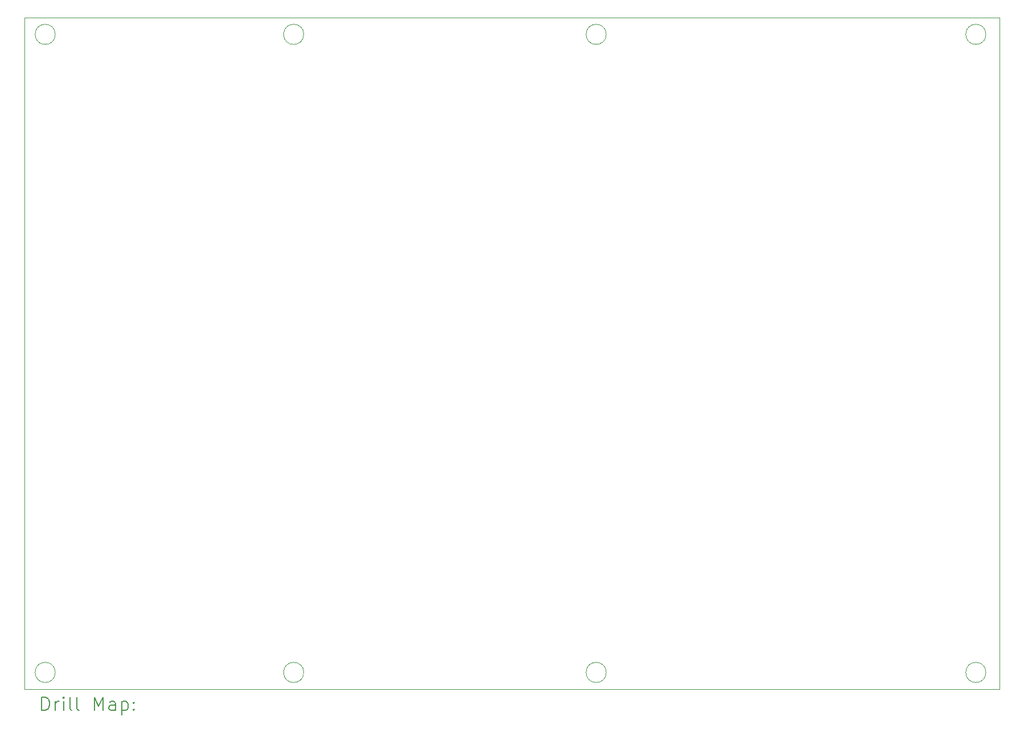
<source format=gbr>
%TF.GenerationSoftware,KiCad,Pcbnew,6.0.8*%
%TF.CreationDate,2022-10-19T16:48:47+03:00*%
%TF.ProjectId,keypad,6b657970-6164-42e6-9b69-6361645f7063,B*%
%TF.SameCoordinates,Original*%
%TF.FileFunction,Drillmap*%
%TF.FilePolarity,Positive*%
%FSLAX45Y45*%
G04 Gerber Fmt 4.5, Leading zero omitted, Abs format (unit mm)*
G04 Created by KiCad (PCBNEW 6.0.8) date 2022-10-19 16:48:47*
%MOMM*%
%LPD*%
G01*
G04 APERTURE LIST*
%ADD10C,0.100000*%
%ADD11C,0.200000*%
G04 APERTURE END LIST*
D10*
X16734000Y-4640400D02*
G75*
G03*
X16734000Y-4640400I-150000J0D01*
G01*
X8538800Y-4640400D02*
G75*
G03*
X8538800Y-4640400I-150000J0D01*
G01*
X8084000Y-4390400D02*
X22584000Y-4390400D01*
X22584000Y-4390400D02*
X22584000Y-14390400D01*
X22584000Y-14390400D02*
X8084000Y-14390400D01*
X8084000Y-14390400D02*
X8084000Y-4390400D01*
X22381800Y-14140400D02*
G75*
G03*
X22381800Y-14140400I-150000J0D01*
G01*
X16734000Y-14140400D02*
G75*
G03*
X16734000Y-14140400I-150000J0D01*
G01*
X8538800Y-14140400D02*
G75*
G03*
X8538800Y-14140400I-150000J0D01*
G01*
X12234000Y-4640400D02*
G75*
G03*
X12234000Y-4640400I-150000J0D01*
G01*
X22381800Y-4640400D02*
G75*
G03*
X22381800Y-4640400I-150000J0D01*
G01*
X12234000Y-14140400D02*
G75*
G03*
X12234000Y-14140400I-150000J0D01*
G01*
D11*
X8336619Y-14705876D02*
X8336619Y-14505876D01*
X8384238Y-14505876D01*
X8412810Y-14515400D01*
X8431857Y-14534448D01*
X8441381Y-14553495D01*
X8450905Y-14591590D01*
X8450905Y-14620162D01*
X8441381Y-14658257D01*
X8431857Y-14677305D01*
X8412810Y-14696352D01*
X8384238Y-14705876D01*
X8336619Y-14705876D01*
X8536619Y-14705876D02*
X8536619Y-14572543D01*
X8536619Y-14610638D02*
X8546143Y-14591590D01*
X8555667Y-14582067D01*
X8574714Y-14572543D01*
X8593762Y-14572543D01*
X8660429Y-14705876D02*
X8660429Y-14572543D01*
X8660429Y-14505876D02*
X8650905Y-14515400D01*
X8660429Y-14524924D01*
X8669952Y-14515400D01*
X8660429Y-14505876D01*
X8660429Y-14524924D01*
X8784238Y-14705876D02*
X8765190Y-14696352D01*
X8755667Y-14677305D01*
X8755667Y-14505876D01*
X8889000Y-14705876D02*
X8869952Y-14696352D01*
X8860429Y-14677305D01*
X8860429Y-14505876D01*
X9117571Y-14705876D02*
X9117571Y-14505876D01*
X9184238Y-14648733D01*
X9250905Y-14505876D01*
X9250905Y-14705876D01*
X9431857Y-14705876D02*
X9431857Y-14601114D01*
X9422333Y-14582067D01*
X9403286Y-14572543D01*
X9365190Y-14572543D01*
X9346143Y-14582067D01*
X9431857Y-14696352D02*
X9412810Y-14705876D01*
X9365190Y-14705876D01*
X9346143Y-14696352D01*
X9336619Y-14677305D01*
X9336619Y-14658257D01*
X9346143Y-14639209D01*
X9365190Y-14629686D01*
X9412810Y-14629686D01*
X9431857Y-14620162D01*
X9527095Y-14572543D02*
X9527095Y-14772543D01*
X9527095Y-14582067D02*
X9546143Y-14572543D01*
X9584238Y-14572543D01*
X9603286Y-14582067D01*
X9612810Y-14591590D01*
X9622333Y-14610638D01*
X9622333Y-14667781D01*
X9612810Y-14686828D01*
X9603286Y-14696352D01*
X9584238Y-14705876D01*
X9546143Y-14705876D01*
X9527095Y-14696352D01*
X9708048Y-14686828D02*
X9717571Y-14696352D01*
X9708048Y-14705876D01*
X9698524Y-14696352D01*
X9708048Y-14686828D01*
X9708048Y-14705876D01*
X9708048Y-14582067D02*
X9717571Y-14591590D01*
X9708048Y-14601114D01*
X9698524Y-14591590D01*
X9708048Y-14582067D01*
X9708048Y-14601114D01*
M02*

</source>
